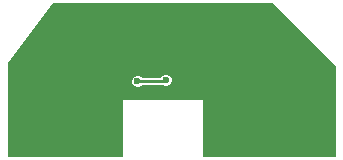
<source format=gbl>
G04 #@! TF.FileFunction,Copper,L2,Bot,Signal*
%FSLAX46Y46*%
G04 Gerber Fmt 4.6, Leading zero omitted, Abs format (unit mm)*
G04 Created by KiCad (PCBNEW 4.0.2-stable) date 3/12/2016 11:36:09 PM*
%MOMM*%
G01*
G04 APERTURE LIST*
%ADD10C,0.100000*%
%ADD11C,0.600000*%
%ADD12C,0.500000*%
%ADD13C,0.254000*%
%ADD14C,0.025400*%
G04 APERTURE END LIST*
D10*
D11*
X155714000Y-108204000D03*
X174812000Y-107632500D03*
X171493500Y-99720400D03*
X162814000Y-102108000D03*
X162814000Y-103124000D03*
X165222482Y-103001518D03*
D12*
X171493500Y-99822000D02*
X171493500Y-104314000D01*
X171493500Y-104314000D02*
X174812000Y-107632500D01*
X171493500Y-99822000D02*
X165100000Y-99822000D01*
X165100000Y-99822000D02*
X162814000Y-102108000D01*
X162814000Y-102108000D02*
X161810000Y-102108000D01*
X161810000Y-102108000D02*
X155714000Y-108204000D01*
D13*
X165100000Y-103124000D02*
X165222482Y-103001518D01*
X162814000Y-103124000D02*
X165100000Y-103124000D01*
D14*
G36*
X179565300Y-101859260D02*
X179565300Y-109461300D01*
X168414700Y-109461300D01*
X168414700Y-104648000D01*
X168413699Y-104643059D01*
X168410855Y-104638897D01*
X168406616Y-104636169D01*
X168402000Y-104635300D01*
X161544000Y-104635300D01*
X161539059Y-104636301D01*
X161534897Y-104639145D01*
X161532169Y-104643384D01*
X161531300Y-104648000D01*
X161531300Y-109461300D01*
X151904700Y-109461300D01*
X151904700Y-103225535D01*
X162301212Y-103225535D01*
X162379101Y-103414042D01*
X162523200Y-103558392D01*
X162711570Y-103636610D01*
X162915535Y-103636788D01*
X163104042Y-103558899D01*
X163199407Y-103463700D01*
X164998608Y-103463700D01*
X165120052Y-103514128D01*
X165324017Y-103514306D01*
X165512524Y-103436417D01*
X165656874Y-103292318D01*
X165735092Y-103103948D01*
X165735270Y-102899983D01*
X165657381Y-102711476D01*
X165513282Y-102567126D01*
X165324912Y-102488908D01*
X165120947Y-102488730D01*
X164932440Y-102566619D01*
X164788090Y-102710718D01*
X164757536Y-102784300D01*
X163199327Y-102784300D01*
X163104800Y-102689608D01*
X162916430Y-102611390D01*
X162712465Y-102611212D01*
X162523958Y-102689101D01*
X162379608Y-102833200D01*
X162301390Y-103021570D01*
X162301212Y-103225535D01*
X151904700Y-103225535D01*
X151904700Y-101604233D01*
X155708350Y-96532700D01*
X174238740Y-96532700D01*
X179565300Y-101859260D01*
X179565300Y-101859260D01*
G37*
X179565300Y-101859260D02*
X179565300Y-109461300D01*
X168414700Y-109461300D01*
X168414700Y-104648000D01*
X168413699Y-104643059D01*
X168410855Y-104638897D01*
X168406616Y-104636169D01*
X168402000Y-104635300D01*
X161544000Y-104635300D01*
X161539059Y-104636301D01*
X161534897Y-104639145D01*
X161532169Y-104643384D01*
X161531300Y-104648000D01*
X161531300Y-109461300D01*
X151904700Y-109461300D01*
X151904700Y-103225535D01*
X162301212Y-103225535D01*
X162379101Y-103414042D01*
X162523200Y-103558392D01*
X162711570Y-103636610D01*
X162915535Y-103636788D01*
X163104042Y-103558899D01*
X163199407Y-103463700D01*
X164998608Y-103463700D01*
X165120052Y-103514128D01*
X165324017Y-103514306D01*
X165512524Y-103436417D01*
X165656874Y-103292318D01*
X165735092Y-103103948D01*
X165735270Y-102899983D01*
X165657381Y-102711476D01*
X165513282Y-102567126D01*
X165324912Y-102488908D01*
X165120947Y-102488730D01*
X164932440Y-102566619D01*
X164788090Y-102710718D01*
X164757536Y-102784300D01*
X163199327Y-102784300D01*
X163104800Y-102689608D01*
X162916430Y-102611390D01*
X162712465Y-102611212D01*
X162523958Y-102689101D01*
X162379608Y-102833200D01*
X162301390Y-103021570D01*
X162301212Y-103225535D01*
X151904700Y-103225535D01*
X151904700Y-101604233D01*
X155708350Y-96532700D01*
X174238740Y-96532700D01*
X179565300Y-101859260D01*
M02*

</source>
